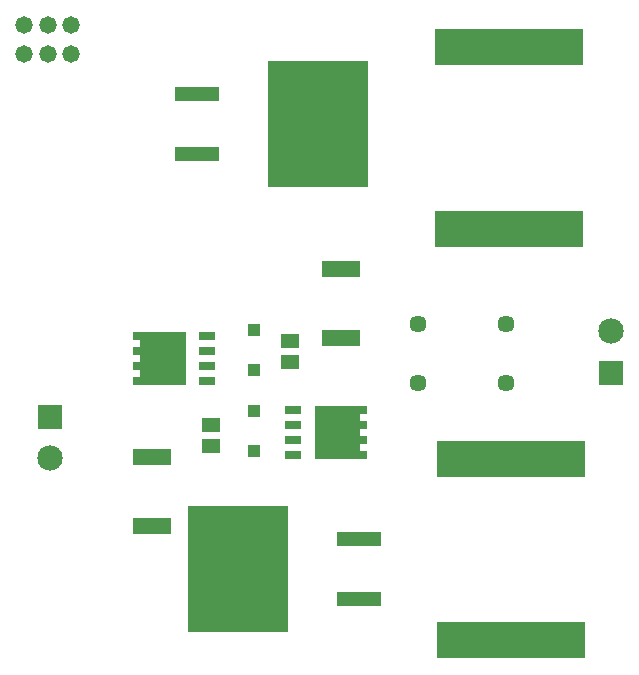
<source format=gbr>
G04*
G04 #@! TF.GenerationSoftware,Altium Limited,Altium Designer,23.0.1 (38)*
G04*
G04 Layer_Color=8388736*
%FSLAX44Y44*%
%MOMM*%
G71*
G04*
G04 #@! TF.SameCoordinates,E0B9C1ED-34CA-4D35-9301-72E17DFC46F4*
G04*
G04*
G04 #@! TF.FilePolarity,Negative*
G04*
G01*
G75*
%ADD19R,12.5000X3.1500*%
%ADD20R,3.3082X1.3549*%
%ADD23R,3.7072X1.2192*%
%ADD24R,8.5832X10.6932*%
%ADD25C,3.4342*%
%ADD26R,1.3720X0.7100*%
%ADD27R,1.5532X1.2032*%
%ADD28R,1.0532X1.0532*%
%ADD29C,1.4532*%
%ADD30C,2.1532*%
%ADD31R,2.1532X2.1532*%
%ADD32C,1.4732*%
G36*
X1379595Y574935D02*
X1335195D01*
Y582035D01*
X1341095D01*
Y587635D01*
X1335195D01*
Y594735D01*
X1341095D01*
Y600335D01*
X1335195D01*
Y607435D01*
X1341095D01*
Y613035D01*
X1335195D01*
Y620135D01*
X1379595D01*
Y574935D01*
D02*
G37*
G36*
X1532920Y550170D02*
X1527020D01*
Y544570D01*
X1532920D01*
Y537470D01*
X1527020D01*
Y531870D01*
X1532920D01*
Y524770D01*
X1527020D01*
Y519170D01*
X1532920D01*
Y512070D01*
X1488520D01*
Y557270D01*
X1532920D01*
Y550170D01*
D02*
G37*
D19*
X1653540Y707390D02*
D03*
Y860890D02*
D03*
X1654810Y512360D02*
D03*
Y358860D02*
D03*
D20*
X1511300Y614633D02*
D03*
Y673147D02*
D03*
X1351280Y514397D02*
D03*
Y455883D02*
D03*
D23*
X1389380Y821690D02*
D03*
Y770890D02*
D03*
X1526540Y393700D02*
D03*
Y444500D02*
D03*
D24*
X1491880Y796290D02*
D03*
X1424040Y419100D02*
D03*
D25*
X1507945Y531495D02*
D03*
X1360170Y600710D02*
D03*
D26*
X1470660Y515620D02*
D03*
Y528320D02*
D03*
Y541020D02*
D03*
Y553720D02*
D03*
X1397455Y616585D02*
D03*
Y603885D02*
D03*
Y591185D02*
D03*
Y578485D02*
D03*
D27*
X1468120Y594360D02*
D03*
Y612360D02*
D03*
X1400810Y541130D02*
D03*
Y523130D02*
D03*
D28*
X1437640Y519190D02*
D03*
Y552690D02*
D03*
Y621270D02*
D03*
Y587770D02*
D03*
D29*
X1651000Y626980D02*
D03*
Y576980D02*
D03*
X1576070Y626980D02*
D03*
Y576980D02*
D03*
D30*
X1739900Y620470D02*
D03*
X1264460Y513360D02*
D03*
D31*
X1739900Y585470D02*
D03*
X1264460Y548360D02*
D03*
D32*
X1242500Y855000D02*
D03*
X1262500D02*
D03*
X1282500D02*
D03*
Y880000D02*
D03*
X1262500D02*
D03*
X1242500D02*
D03*
X1435000Y407500D02*
D03*
X1412500Y427500D02*
D03*
X1435000D02*
D03*
Y447500D02*
D03*
X1413000Y447250D02*
D03*
X1412750Y408000D02*
D03*
M02*

</source>
